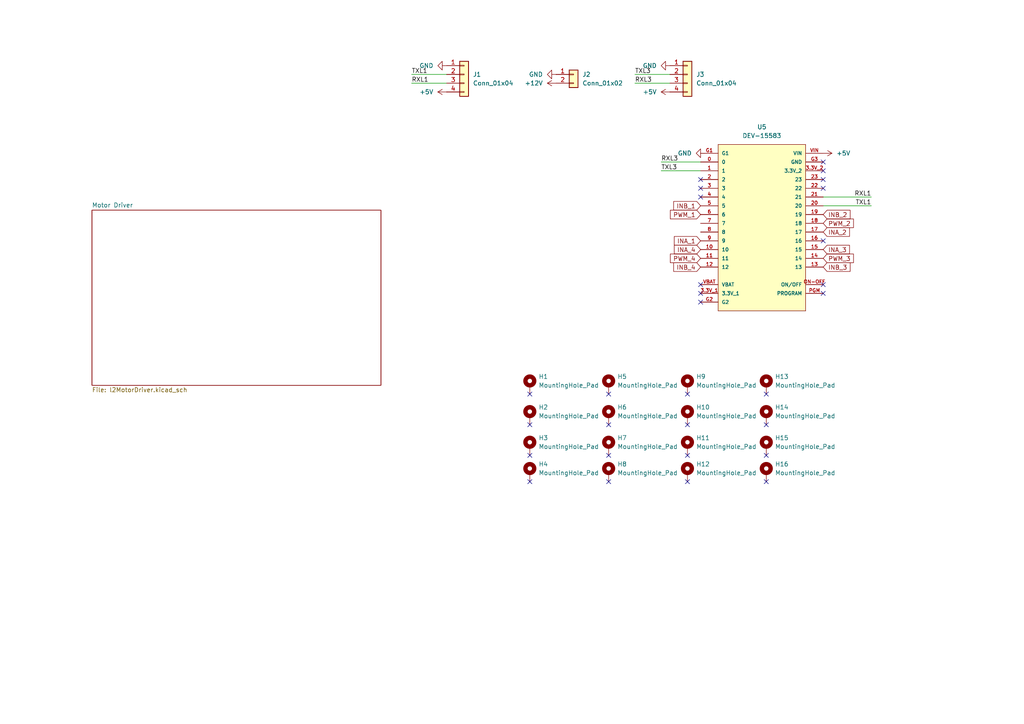
<source format=kicad_sch>
(kicad_sch (version 20231120) (generator "eeschema") (generator_version "8.0")
  (paper "A4")
  (lib_symbols
    (symbol "Board:DEV-15583" (pin_names (offset 1.016))
      (property "Reference" "U" (at -12.7 23.622 0))
      (property "Value" "DEV-15583" (at -12.7 -27.94 0))
      (symbol "DEV-15583_0_0"
        (rectangle (start -12.7 -25.4) (end 12.7 22.86) (stroke (width 0.1524)) (fill (type background)))
        (pin bidirectional line (at -17.78 17.78 0) (length 5.08) (name "0") (number "0"))
        (pin bidirectional line (at -17.78 15.24 0) (length 5.08) (name "1") (number "1"))
        (pin bidirectional line (at -17.78 -7.62 0) (length 5.08) (name "10") (number "10"))
        (pin bidirectional line (at -17.78 -10.16 0) (length 5.08) (name "11") (number "11"))
        (pin bidirectional line (at -17.78 -12.7 0) (length 5.08) (name "12") (number "12"))
        (pin bidirectional line (at 17.78 -12.7 180) (length 5.08) (name "13") (number "13"))
        (pin bidirectional line (at 17.78 -10.16 180) (length 5.08) (name "14") (number "14"))
        (pin bidirectional line (at 17.78 -7.62 180) (length 5.08) (name "15") (number "15"))
        (pin bidirectional line (at 17.78 -5.08 180) (length 5.08) (name "16") (number "16"))
        (pin bidirectional line (at 17.78 -2.54 180) (length 5.08) (name "17") (number "17"))
        (pin bidirectional line (at 17.78 0 180) (length 5.08) (name "18") (number "18"))
        (pin bidirectional line (at 17.78 2.54 180) (length 5.08) (name "19") (number "19"))
        (pin bidirectional line (at -17.78 12.7 0) (length 5.08) (name "2") (number "2"))
        (pin bidirectional line (at 17.78 5.08 180) (length 5.08) (name "20") (number "20"))
        (pin bidirectional line (at 17.78 7.62 180) (length 5.08) (name "21") (number "21"))
        (pin bidirectional line (at 17.78 10.16 180) (length 5.08) (name "22") (number "22"))
        (pin bidirectional line (at 17.78 12.7 180) (length 5.08) (name "23") (number "23"))
        (pin bidirectional line (at -17.78 10.16 0) (length 5.08) (name "3") (number "3"))
        (pin power_in line (at -17.78 -20.32 0) (length 5.08) (name "3.3V_1") (number "3.3V_1"))
        (pin power_in line (at 17.78 15.24 180) (length 5.08) (name "3.3V_2") (number "3.3V_2"))
        (pin bidirectional line (at -17.78 7.62 0) (length 5.08) (name "4") (number "4"))
        (pin bidirectional line (at -17.78 5.08 0) (length 5.08) (name "5") (number "5"))
        (pin bidirectional line (at -17.78 2.54 0) (length 5.08) (name "6") (number "6"))
        (pin bidirectional line (at -17.78 0 0) (length 5.08) (name "7") (number "7"))
        (pin bidirectional line (at -17.78 -2.54 0) (length 5.08) (name "8") (number "8"))
        (pin bidirectional line (at -17.78 -5.08 0) (length 5.08) (name "9") (number "9"))
        (pin power_in line (at -17.78 20.32 0) (length 5.08) (name "G1") (number "G1"))
        (pin power_in line (at -17.78 -22.86 0) (length 5.08) (name "G2") (number "G2"))
        (pin bidirectional line (at 17.78 -17.78 180) (length 5.08) (name "ON/OFF") (number "ON-OFF"))
        (pin bidirectional line (at 17.78 -20.32 180) (length 5.08) (name "PROGRAM") (number "PGM"))
        (pin power_in line (at -17.78 -17.78 0) (length 5.08) (name "VBAT") (number "VBAT"))
        (pin power_in line (at 17.78 20.32 180) (length 5.08) (name "VIN") (number "VIN"))
      )
      (symbol "DEV-15583_1_0"
        (pin power_in line (at 17.78 17.78 180) (length 5.08) (name "GND") (number "G3"))
      )
    )
    (symbol "Connector_Generic:Conn_01x02" (pin_names (offset 1.016) hide)
      (property "Reference" "J" (at 0 2.54 0))
      (property "Value" "Conn_01x02" (at 0 -5.08 0))
      (symbol "Conn_01x02_1_1"
        (rectangle (start -1.27 -2.413) (end 0 -2.667) (stroke (width 0.1524)))
        (rectangle (start -1.27 0.127) (end 0 -0.127) (stroke (width 0.1524)))
        (rectangle (start -1.27 1.27) (end 1.27 -3.81) (stroke (width 0.254)) (fill (type background)))
        (pin passive line (at -5.08 0 0) (length 3.81) (name "Pin_1") (number "1"))
        (pin passive line (at -5.08 -2.54 0) (length 3.81) (name "Pin_2") (number "2"))
      )
    )
    (symbol "Connector_Generic:Conn_01x04" (pin_names (offset 1.016) hide)
      (property "Reference" "J" (at 0 5.08 0))
      (property "Value" "Conn_01x04" (at 0 -7.62 0))
      (symbol "Conn_01x04_1_1"
        (rectangle (start -1.27 -4.953) (end 0 -5.207) (stroke (width 0.1524)))
        (rectangle (start -1.27 -2.413) (end 0 -2.667) (stroke (width 0.1524)))
        (rectangle (start -1.27 0.127) (end 0 -0.127) (stroke (width 0.1524)))
        (rectangle (start -1.27 2.667) (end 0 2.413) (stroke (width 0.1524)))
        (rectangle (start -1.27 3.81) (end 1.27 -6.35) (stroke (width 0.254)) (fill (type background)))
        (pin passive line (at -5.08 2.54 0) (length 3.81) (name "Pin_1") (number "1"))
        (pin passive line (at -5.08 0 0) (length 3.81) (name "Pin_2") (number "2"))
        (pin passive line (at -5.08 -2.54 0) (length 3.81) (name "Pin_3") (number "3"))
        (pin passive line (at -5.08 -5.08 0) (length 3.81) (name "Pin_4") (number "4"))
      )
    )
    (symbol "Mechanical:MountingHole_Pad" (pin_numbers hide) (pin_names (offset 1.016) hide)
      (property "Reference" "H" (at 0 6.35 0))
      (property "Value" "MountingHole_Pad" (at 0 4.445 0))
      (symbol "MountingHole_Pad_0_1"
        (circle (center 0 1.27) (radius 1.27) (stroke (width 1.27)))
      )
      (symbol "MountingHole_Pad_1_1"
        (pin input line (at 0 -2.54 90) (length 2.54) (name "1") (number "1"))
      )
    )
    (symbol "power:+12V" (power) (pin_names (offset 0))
      (property "Value" "+12V" (at 0 3.556 0))
      (symbol "+12V_0_1"
        (polyline (pts (xy -0.762 1.27) (xy 0 2.54)))
        (polyline (pts (xy 0 0) (xy 0 2.54)))
        (polyline (pts (xy 0 2.54) (xy 0.762 1.27)))
      )
      (symbol "+12V_1_1"
        (pin power_in line (at 0 0 90) (length 0) hide (name "+12V") (number "1"))
      )
    )
    (symbol "power:+5V" (power) (pin_names (offset 0))
      (property "Value" "+5V" (at 0 3.556 0))
      (symbol "+5V_0_1"
        (polyline (pts (xy -0.762 1.27) (xy 0 2.54)))
        (polyline (pts (xy 0 0) (xy 0 2.54)))
        (polyline (pts (xy 0 2.54) (xy 0.762 1.27)))
      )
      (symbol "+5V_1_1"
        (pin power_in line (at 0 0 90) (length 0) hide (name "+5V") (number "1"))
      )
    )
    (symbol "power:GND" (power) (pin_names (offset 0))
      (property "Value" "GND" (at 0 -3.81 0))
      (symbol "GND_0_1"
        (polyline (pts (xy 0 0) (xy 0 -1.27) (xy 1.27 -1.27) (xy 0 -2.54) (xy -1.27 -1.27) (xy 0 -1.27)))
      )
      (symbol "GND_1_1"
        (pin power_in line (at 0 0 270) (length 0) hide (name "GND") (number "1"))
      )
    )
  )
  (no_connect (at 203.2 87.63))
  (no_connect (at 222.25 139.7))
  (no_connect (at 199.39 114.3))
  (no_connect (at 222.25 114.3))
  (no_connect (at 199.39 132.08))
  (no_connect (at 199.39 139.7))
  (no_connect (at 176.53 139.7))
  (no_connect (at 238.76 52.07))
  (no_connect (at 238.76 49.53))
  (no_connect (at 203.2 57.15))
  (no_connect (at 238.76 46.99))
  (no_connect (at 203.2 52.07))
  (no_connect (at 238.76 82.55))
  (no_connect (at 153.67 139.7))
  (no_connect (at 176.53 132.08))
  (no_connect (at 222.25 132.08))
  (no_connect (at 238.76 69.85))
  (no_connect (at 238.76 85.09))
  (no_connect (at 153.67 132.08))
  (no_connect (at 153.67 114.3))
  (no_connect (at 203.2 82.55))
  (no_connect (at 203.2 54.61))
  (no_connect (at 153.67 123.19))
  (no_connect (at 176.53 114.3))
  (no_connect (at 222.25 123.19))
  (no_connect (at 199.39 123.19))
  (no_connect (at 176.53 123.19))
  (no_connect (at 203.2 85.09))
  (no_connect (at 238.76 54.61))
  (wire (pts (xy 191.77 49.53) (xy 203.2 49.53)))
  (wire (pts (xy 252.73 57.15) (xy 238.76 57.15)))
  (wire (pts (xy 184.15 24.13) (xy 194.31 24.13)))
  (wire (pts (xy 204.47 44.45) (xy 203.2 44.45)))
  (wire (pts (xy 252.73 59.69) (xy 238.76 59.69)))
  (wire (pts (xy 191.77 46.99) (xy 203.2 46.99)))
  (wire (pts (xy 184.15 21.59) (xy 194.31 21.59)))
  (wire (pts (xy 119.38 21.59) (xy 129.54 21.59)))
  (wire (pts (xy 119.38 24.13) (xy 129.54 24.13)))
  (label "RXL3" (at 184.15 24.13 0))
  (label "RXL3" (at 191.77 46.99 0))
  (label "RXL1" (at 252.73 57.15 180))
  (label "TXL1" (at 252.73 59.69 180))
  (label "RXL1" (at 119.38 24.13 0))
  (label "TXL3" (at 191.77 49.53 0))
  (label "TXL3" (at 184.15 21.59 0))
  (label "TXL1" (at 119.38 21.59 0))
  (global_label "INB_2" (shape input) (at 238.76 62.23 0) (property "Intersheetrefs" "${INTERSHEET_REFS}" (effects (hide yes))))
  (global_label "PWM_2" (shape input) (at 238.76 64.77 0) (property "Intersheetrefs" "${INTERSHEET_REFS}" (effects (hide yes))))
  (global_label "PWM_4" (shape input) (at 203.2 74.93 180) (property "Intersheetrefs" "${INTERSHEET_REFS}" (effects (hide yes))))
  (global_label "INB_4" (shape input) (at 203.2 77.47 180) (property "Intersheetrefs" "${INTERSHEET_REFS}" (effects (hide yes))))
  (global_label "PWM_1" (shape input) (at 203.2 62.23 180) (property "Intersheetrefs" "${INTERSHEET_REFS}" (effects (hide yes))))
  (global_label "INA_2" (shape input) (at 238.76 67.31 0) (property "Intersheetrefs" "${INTERSHEET_REFS}" (effects (hide yes))))
  (global_label "INA_1" (shape input) (at 203.2 69.85 180) (property "Intersheetrefs" "${INTERSHEET_REFS}" (effects (hide yes))))
  (global_label "INB_1" (shape input) (at 203.2 59.69 180) (property "Intersheetrefs" "${INTERSHEET_REFS}" (effects (hide yes))))
  (global_label "INA_3" (shape input) (at 238.76 72.39 0) (property "Intersheetrefs" "${INTERSHEET_REFS}" (effects (hide yes))))
  (global_label "INB_3" (shape input) (at 238.76 77.47 0) (property "Intersheetrefs" "${INTERSHEET_REFS}" (effects (hide yes))))
  (global_label "INA_4" (shape input) (at 203.2 72.39 180) (property "Intersheetrefs" "${INTERSHEET_REFS}" (effects (hide yes))))
  (global_label "PWM_3" (shape input) (at 238.76 74.93 0) (property "Intersheetrefs" "${INTERSHEET_REFS}" (effects (hide yes))))
  (symbol (lib_id "Mechanical:MountingHole_Pad") (at 176.53 120.65 0) (unit 1)
    (property "Reference" "H6" (at 179.07 118.11 0) (effects (justify left)))
    (property "Value" "MountingHole_Pad" (at 179.07 120.65 0) (effects (justify left)))
    (property "Footprint" "MountingHole:MountingHole_3.2mm_M3_Pad_Via" (effects (hide yes)))
  )
  (symbol (lib_id "Mechanical:MountingHole_Pad") (at 176.53 111.76 0) (unit 1)
    (property "Reference" "H5" (at 179.07 109.22 0) (effects (justify left)))
    (property "Value" "MountingHole_Pad" (at 179.07 111.76 0) (effects (justify left)))
    (property "Footprint" "MountingHole:MountingHole_3.2mm_M3_Pad_Via" (effects (hide yes)))
  )
  (symbol (lib_id "Connector_Generic:Conn_01x04") (at 134.62 21.59 0) (unit 1)
    (property "Reference" "J1" (at 137.16 21.59 0) (effects (justify left)))
    (property "Value" "Conn_01x04" (at 137.16 24.13 0) (effects (justify left)))
    (property "Footprint" "Connector_JST:JST_XH_B4B-XH-AM_1x04_P2.50mm_Vertical" (effects (hide yes)))
  )
  (symbol (lib_id "Mechanical:MountingHole_Pad") (at 199.39 137.16 0) (unit 1)
    (property "Reference" "H12" (at 201.93 134.62 0) (effects (justify left)))
    (property "Value" "MountingHole_Pad" (at 201.93 137.16 0) (effects (justify left)))
    (property "Footprint" "MountingHole:MountingHole_3.2mm_M3_Pad_Via" (effects (hide yes)))
  )
  (symbol (lib_id "power:GND") (at 194.31 19.05 270) (unit 1)
    (property "Reference" "#PWR07" (effects (hide yes)))
    (property "Value" "GND" (at 190.5 19.05 90) (effects (justify right)))
  )
  (symbol (lib_id "power:GND") (at 161.29 21.59 270) (unit 1)
    (property "Reference" "#PWR02" (effects (hide yes)))
    (property "Value" "GND" (at 157.48 21.59 90) (effects (justify right)))
  )
  (symbol (lib_id "Mechanical:MountingHole_Pad") (at 153.67 120.65 0) (unit 1)
    (property "Reference" "H2" (at 156.21 118.11 0) (effects (justify left)))
    (property "Value" "MountingHole_Pad" (at 156.21 120.65 0) (effects (justify left)))
    (property "Footprint" "MountingHole:MountingHole_3.2mm_M3_Pad_Via" (effects (hide yes)))
  )
  (symbol (lib_id "Mechanical:MountingHole_Pad") (at 199.39 111.76 0) (unit 1)
    (property "Reference" "H9" (at 201.93 109.22 0) (effects (justify left)))
    (property "Value" "MountingHole_Pad" (at 201.93 111.76 0) (effects (justify left)))
    (property "Footprint" "MountingHole:MountingHole_3.2mm_M3_Pad_Via" (effects (hide yes)))
  )
  (symbol (lib_id "Mechanical:MountingHole_Pad") (at 222.25 129.54 0) (unit 1)
    (property "Reference" "H15" (at 224.79 127 0) (effects (justify left)))
    (property "Value" "MountingHole_Pad" (at 224.79 129.54 0) (effects (justify left)))
    (property "Footprint" "MountingHole:MountingHole_3.2mm_M3_Pad_Via" (effects (hide yes)))
  )
  (symbol (lib_id "Mechanical:MountingHole_Pad") (at 153.67 111.76 0) (unit 1)
    (property "Reference" "H1" (at 156.21 109.22 0) (effects (justify left)))
    (property "Value" "MountingHole_Pad" (at 156.21 111.76 0) (effects (justify left)))
    (property "Footprint" "MountingHole:MountingHole_3.2mm_M3_Pad_Via" (effects (hide yes)))
  )
  (symbol (lib_id "Connector_Generic:Conn_01x04") (at 199.39 21.59 0) (unit 1)
    (property "Reference" "J3" (at 201.93 21.59 0) (effects (justify left)))
    (property "Value" "Conn_01x04" (at 201.93 24.13 0) (effects (justify left)))
    (property "Footprint" "Connector_JST:JST_XH_B4B-XH-AM_1x04_P2.50mm_Vertical" (effects (hide yes)))
  )
  (symbol (lib_id "power:+5V") (at 194.31 26.67 90) (unit 1)
    (property "Reference" "#PWR08" (effects (hide yes)))
    (property "Value" "+5V" (at 190.5 26.6699 90) (effects (justify left)))
    (property "Description" "Power symbol creates a global label with name \"+5V\"" (effects (hide yes)))
  )
  (symbol (lib_id "Board:DEV-15583") (at 220.98 64.77 0) (unit 1)
    (property "Reference" "U5" (at 220.98 36.83 0))
    (property "Value" "DEV-15583" (at 220.98 39.37 0))
    (property "Footprint" "Board:MODULE_DEV-15583" (effects (hide yes)))
    (property "Description" "\nRT1062 Teensy 4.0 series ARM® Cortex®-M7 MPU Embedded Evaluation Board\n" (effects (hide yes)))
    (property "MF" "SparkFun Electronics" (effects (hide yes)))
    (property "MAXIMUM_PACKAGE_HEIGHT" "5.87mm" (effects (hide yes)))
    (property "Package" "None" (effects (hide yes)))
    (property "Price" "None" (effects (hide yes)))
    (property "Check_prices" "https://www.snapeda.com/parts/DEV-15583/SparkFun+Electronics/view-part/?ref=eda" (effects (hide yes)))
    (property "STANDARD" "Manufacturer Recommendations" (effects (hide yes)))
    (property "SnapEDA_Link" "https://www.snapeda.com/parts/DEV-15583/SparkFun+Electronics/view-part/?ref=snap" (effects (hide yes)))
    (property "MP" "DEV-15583" (effects (hide yes)))
    (property "Purchase-URL" "https://www.snapeda.com/api/url_track_click_mouser/?unipart_id=4001229&manufacturer=SparkFun Electronics&part_name=DEV-15583&search_term=None" (effects (hide yes)))
    (property "Availability" "In Stock" (effects (hide yes)))
    (property "MANUFACTURER" "Sparkfun" (effects (hide yes)))
  )
  (symbol (lib_id "Mechanical:MountingHole_Pad") (at 222.25 137.16 0) (unit 1)
    (property "Reference" "H16" (at 224.79 134.62 0) (effects (justify left)))
    (property "Value" "MountingHole_Pad" (at 224.79 137.16 0) (effects (justify left)))
    (property "Footprint" "MountingHole:MountingHole_3.2mm_M3_Pad_Via" (effects (hide yes)))
  )
  (symbol (lib_id "Mechanical:MountingHole_Pad") (at 222.25 120.65 0) (unit 1)
    (property "Reference" "H14" (at 224.79 118.11 0) (effects (justify left)))
    (property "Value" "MountingHole_Pad" (at 224.79 120.65 0) (effects (justify left)))
    (property "Footprint" "MountingHole:MountingHole_3.2mm_M3_Pad_Via" (effects (hide yes)))
  )
  (symbol (lib_id "power:+5V") (at 129.54 26.67 90) (unit 1)
    (property "Reference" "#PWR05" (effects (hide yes)))
    (property "Value" "+5V" (at 125.73 26.6699 90) (effects (justify left)))
    (property "Description" "Power symbol creates a global label with name \"+5V\"" (effects (hide yes)))
  )
  (symbol (lib_id "power:+5V") (at 238.76 44.45 270) (unit 1)
    (property "Reference" "#PWR04" (effects (hide yes)))
    (property "Value" "+5V" (at 242.57 44.4499 90) (effects (justify left)))
    (property "Description" "Power symbol creates a global label with name \"+5V\"" (effects (hide yes)))
  )
  (symbol (lib_id "Mechanical:MountingHole_Pad") (at 153.67 129.54 0) (unit 1)
    (property "Reference" "H3" (at 156.21 127 0) (effects (justify left)))
    (property "Value" "MountingHole_Pad" (at 156.21 129.54 0) (effects (justify left)))
    (property "Footprint" "MountingHole:MountingHole_3.2mm_M3_Pad_Via" (effects (hide yes)))
  )
  (symbol (lib_id "Mechanical:MountingHole_Pad") (at 199.39 129.54 0) (unit 1)
    (property "Reference" "H11" (at 201.93 127 0) (effects (justify left)))
    (property "Value" "MountingHole_Pad" (at 201.93 129.54 0) (effects (justify left)))
    (property "Footprint" "MountingHole:MountingHole_3.2mm_M3_Pad_Via" (effects (hide yes)))
  )
  (symbol (lib_id "power:+12V") (at 161.29 24.13 90) (unit 1)
    (property "Reference" "#PWR03" (effects (hide yes)))
    (property "Value" "+12V" (at 157.48 24.13 90) (effects (justify left)))
  )
  (symbol (lib_id "Mechanical:MountingHole_Pad") (at 222.25 111.76 0) (unit 1)
    (property "Reference" "H13" (at 224.79 109.22 0) (effects (justify left)))
    (property "Value" "MountingHole_Pad" (at 224.79 111.76 0) (effects (justify left)))
    (property "Footprint" "MountingHole:MountingHole_3.2mm_M3_Pad_Via" (effects (hide yes)))
  )
  (symbol (lib_id "Mechanical:MountingHole_Pad") (at 153.67 137.16 0) (unit 1)
    (property "Reference" "H4" (at 156.21 134.62 0) (effects (justify left)))
    (property "Value" "MountingHole_Pad" (at 156.21 137.16 0) (effects (justify left)))
    (property "Footprint" "MountingHole:MountingHole_3.2mm_M3_Pad_Via" (effects (hide yes)))
  )
  (symbol (lib_id "Connector_Generic:Conn_01x02") (at 166.37 21.59 0) (unit 1)
    (property "Reference" "J2" (at 168.91 21.59 0) (effects (justify left)))
    (property "Value" "Conn_01x02" (at 168.91 24.13 0) (effects (justify left)))
    (property "Footprint" "Connector_AMASS:AMASS_XT60-M_1x02_P7.20mm_Vertical" (effects (hide yes)))
  )
  (symbol (lib_id "power:GND") (at 204.47 44.45 270) (unit 1)
    (property "Reference" "#PWR06" (effects (hide yes)))
    (property "Value" "GND" (at 200.66 44.45 90) (effects (justify right)))
  )
  (symbol (lib_id "Mechanical:MountingHole_Pad") (at 176.53 137.16 0) (unit 1)
    (property "Reference" "H8" (at 179.07 134.62 0) (effects (justify left)))
    (property "Value" "MountingHole_Pad" (at 179.07 137.16 0) (effects (justify left)))
    (property "Footprint" "MountingHole:MountingHole_3.2mm_M3_Pad_Via" (effects (hide yes)))
  )
  (symbol (lib_id "power:GND") (at 129.54 19.05 270) (unit 1)
    (property "Reference" "#PWR01" (effects (hide yes)))
    (property "Value" "GND" (at 125.73 19.05 90) (effects (justify right)))
  )
  (symbol (lib_id "Mechanical:MountingHole_Pad") (at 176.53 129.54 0) (unit 1)
    (property "Reference" "H7" (at 179.07 127 0) (effects (justify left)))
    (property "Value" "MountingHole_Pad" (at 179.07 129.54 0) (effects (justify left)))
    (property "Footprint" "MountingHole:MountingHole_3.2mm_M3_Pad_Via" (effects (hide yes)))
  )
  (symbol (lib_id "Mechanical:MountingHole_Pad") (at 199.39 120.65 0) (unit 1)
    (property "Reference" "H10" (at 201.93 118.11 0) (effects (justify left)))
    (property "Value" "MountingHole_Pad" (at 201.93 120.65 0) (effects (justify left)))
    (property "Footprint" "MountingHole:MountingHole_3.2mm_M3_Pad_Via" (effects (hide yes)))
  )
  (sheet (at 26.67 60.96) (size 83.82 50.8) (stroke (width 0.1524))
    (property "Sheetname" "Motor Driver" (at 26.67 60.2484 0) (effects (justify left bottom)))
    (property "Sheetfile" "l2MotorDriver.kicad_sch" (at 26.67 112.3446 0) (effects (justify left top)))
  )
)
</source>
